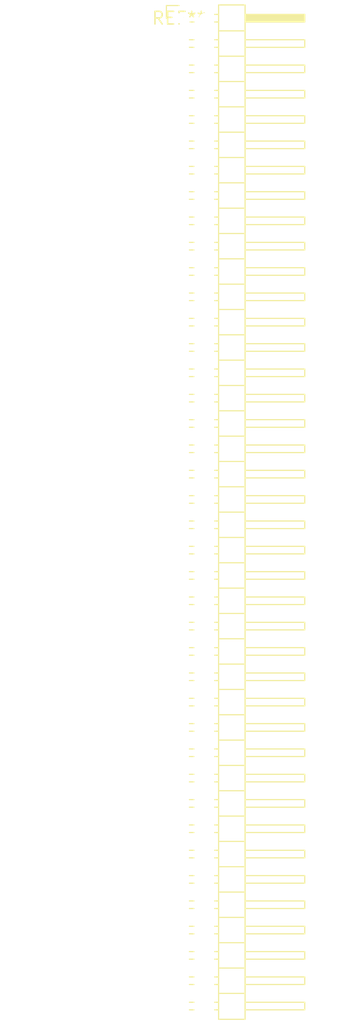
<source format=kicad_pcb>
(kicad_pcb (version 20240108) (generator pcbnew)
  (layers (0 "F.Cu" signal) (31 "B.Cu" signal) (34 "B.Paste" user) (35 "F.Paste" user) (36 "B.SilkS" user "B.Silkscreen") (37 "F.SilkS" user "F.Silkscreen") (38 "B.Mask" user) (39 "F.Mask" user) (44 "Edge.Cuts" user))
  (net 0 "")
  (footprint "PinHeader_2x40_P2.54mm_Horizontal" (layer "F.Cu") (at 0 0)
    (property "Reference" "REF**")
    (property "Value" "PinHeader_2x40_P2.54mm_Horizontal")
    (fp_line (start -1.27 -1.27) (end 0 -1.27) (layer "F.SilkS") (stroke (width 0.12)))
    (fp_line (start -1.27 0) (end -1.27 -1.27) (layer "F.SilkS") (stroke (width 0.12)))
    (fp_line (start 1.042929 2.16) (end 1.497071 2.16) (layer "F.SilkS") (stroke (width 0.12)))
    (fp_line (start 1.042929 2.92) (end 1.497071 2.92) (layer "F.SilkS") (stroke (width 0.12)))
    (fp_line (start 1.042929 4.7) (end 1.497071 4.7) (layer "F.SilkS") (stroke (width 0.12)))
    (fp_line (start 1.042929 5.46) (end 1.497071 5.46) (layer "F.SilkS") (stroke (width 0.12)))
    (fp_line (start 1.042929 7.24) (end 1.497071 7.24) (layer "F.SilkS") (stroke (width 0.12)))
    (fp_line (start 1.042929 8) (end 1.497071 8) (layer "F.SilkS") (stroke (width 0.12)))
    (fp_line (start 1.042929 9.78) (end 1.497071 9.78) (layer "F.SilkS") (stroke (width 0.12)))
    (fp_line (start 1.042929 10.54) (end 1.497071 10.54) (layer "F.SilkS") (stroke (width 0.12)))
    (fp_line (start 1.042929 12.32) (end 1.497071 12.32) (layer "F.SilkS") (stroke (width 0.12)))
    (fp_line (start 1.042929 13.08) (end 1.497071 13.08) (layer "F.SilkS") (stroke (width 0.12)))
    (fp_line (start 1.042929 14.86) (end 1.497071 14.86) (layer "F.SilkS") (stroke (width 0.12)))
    (fp_line (start 1.042929 15.62) (end 1.497071 15.62) (layer "F.SilkS") (stroke (width 0.12)))
    (fp_line (start 1.042929 17.4) (end 1.497071 17.4) (layer "F.SilkS") (stroke (width 0.12)))
    (fp_line (start 1.042929 18.16) (end 1.497071 18.16) (layer "F.SilkS") (stroke (width 0.12)))
    (fp_line (start 1.042929 19.94) (end 1.497071 19.94) (layer "F.SilkS") (stroke (width 0.12)))
    (fp_line (start 1.042929 20.7) (end 1.497071 20.7) (layer "F.SilkS") (stroke (width 0.12)))
    (fp_line (start 1.042929 22.48) (end 1.497071 22.48) (layer "F.SilkS") (stroke (width 0.12)))
    (fp_line (start 1.042929 23.24) (end 1.497071 23.24) (layer "F.SilkS") (stroke (width 0.12)))
    (fp_line (start 1.042929 25.02) (end 1.497071 25.02) (layer "F.SilkS") (stroke (width 0.12)))
    (fp_line (start 1.042929 25.78) (end 1.497071 25.78) (layer "F.SilkS") (stroke (width 0.12)))
    (fp_line (start 1.042929 27.56) (end 1.497071 27.56) (layer "F.SilkS") (stroke (width 0.12)))
    (fp_line (start 1.042929 28.32) (end 1.497071 28.32) (layer "F.SilkS") (stroke (width 0.12)))
    (fp_line (start 1.042929 30.1) (end 1.497071 30.1) (layer "F.SilkS") (stroke (width 0.12)))
    (fp_line (start 1.042929 30.86) (end 1.497071 30.86) (layer "F.SilkS") (stroke (width 0.12)))
    (fp_line (start 1.042929 32.64) (end 1.497071 32.64) (layer "F.SilkS") (stroke (width 0.12)))
    (fp_line (start 1.042929 33.4) (end 1.497071 33.4) (layer "F.SilkS") (stroke (width 0.12)))
    (fp_line (start 1.042929 35.18) (end 1.497071 35.18) (layer "F.SilkS") (stroke (width 0.12)))
    (fp_line (start 1.042929 35.94) (end 1.497071 35.94) (layer "F.SilkS") (stroke (width 0.12)))
    (fp_line (start 1.042929 37.72) (end 1.497071 37.72) (layer "F.SilkS") (stroke (width 0.12)))
    (fp_line (start 1.042929 38.48) (end 1.497071 38.48) (layer "F.SilkS") (stroke (width 0.12)))
    (fp_line (start 1.042929 40.26) (end 1.497071 40.26) (layer "F.SilkS") (stroke (width 0.12)))
    (fp_line (start 1.042929 41.02) (end 1.497071 41.02) (layer "F.SilkS") (stroke (width 0.12)))
    (fp_line (start 1.042929 42.8) (end 1.497071 42.8) (layer "F.SilkS") (stroke (width 0.12)))
    (fp_line (start 1.042929 43.56) (end 1.497071 43.56) (layer "F.SilkS") (stroke (width 0.12)))
    (fp_line (start 1.042929 45.34) (end 1.497071 45.34) (layer "F.SilkS") (stroke (width 0.12)))
    (fp_line (start 1.042929 46.1) (end 1.497071 46.1) (layer "F.SilkS") (stroke (width 0.12)))
    (fp_line (start 1.042929 47.88) (end 1.497071 47.88) (layer "F.SilkS") (stroke (width 0.12)))
    (fp_line (start 1.042929 48.64) (end 1.497071 48.64) (layer "F.SilkS") (stroke (width 0.12)))
    (fp_line (start 1.042929 50.42) (end 1.497071 50.42) (layer "F.SilkS") (stroke (width 0.12)))
    (fp_line (start 1.042929 51.18) (end 1.497071 51.18) (layer "F.SilkS") (stroke (width 0.12)))
    (fp_line (start 1.042929 52.96) (end 1.497071 52.96) (layer "F.SilkS") (stroke (width 0.12)))
    (fp_line (start 1.042929 53.72) (end 1.497071 53.72) (layer "F.SilkS") (stroke (width 0.12)))
    (fp_line (start 1.042929 55.5) (end 1.497071 55.5) (layer "F.SilkS") (stroke (width 0.12)))
    (fp_line (start 1.042929 56.26) (end 1.497071 56.26) (layer "F.SilkS") (stroke (width 0.12)))
    (fp_line (start 1.042929 58.04) (end 1.497071 58.04) (layer "F.SilkS") (stroke (width 0.12)))
    (fp_line (start 1.042929 58.8) (end 1.497071 58.8) (layer "F.SilkS") (stroke (width 0.12)))
    (fp_line (start 1.042929 60.58) (end 1.497071 60.58) (layer "F.SilkS") (stroke (width 0.12)))
    (fp_line (start 1.042929 61.34) (end 1.497071 61.34) (layer "F.SilkS") (stroke (width 0.12)))
    (fp_line (start 1.042929 63.12) (end 1.497071 63.12) (layer "F.SilkS") (stroke (width 0.12)))
    (fp_line (start 1.042929 63.88) (end 1.497071 63.88) (layer "F.SilkS") (stroke (width 0.12)))
    (fp_line (start 1.042929 65.66) (end 1.497071 65.66) (layer "F.SilkS") (stroke (width 0.12)))
    (fp_line (start 1.042929 66.42) (end 1.497071 66.42) (layer "F.SilkS") (stroke (width 0.12)))
    (fp_line (start 1.042929 68.2) (end 1.497071 68.2) (layer "F.SilkS") (stroke (width 0.12)))
    (fp_line (start 1.042929 68.96) (end 1.497071 68.96) (layer "F.SilkS") (stroke (width 0.12)))
    (fp_line (start 1.042929 70.74) (end 1.497071 70.74) (layer "F.SilkS") (stroke (width 0.12)))
    (fp_line (start 1.042929 71.5) (end 1.497071 71.5) (layer "F.SilkS") (stroke (width 0.12)))
    (fp_line (start 1.042929 73.28) (end 1.497071 73.28) (layer "F.SilkS") (stroke (width 0.12)))
    (fp_line (start 1.042929 74.04) (end 1.497071 74.04) (layer "F.SilkS") (stroke (width 0.12)))
    (fp_line (start 1.042929 75.82) (end 1.497071 75.82) (layer "F.SilkS") (stroke (width 0.12)))
    (fp_line (start 1.042929 76.58) (end 1.497071 76.58) (layer "F.SilkS") (stroke (width 0.12)))
    (fp_line (start 1.042929 78.36) (end 1.497071 78.36) (layer "F.SilkS") (stroke (width 0.12)))
    (fp_line (start 1.042929 79.12) (end 1.497071 79.12) (layer "F.SilkS") (stroke (width 0.12)))
    (fp_line (start 1.042929 80.9) (end 1.497071 80.9) (layer "F.SilkS") (stroke (width 0.12)))
    (fp_line (start 1.042929 81.66) (end 1.497071 81.66) (layer "F.SilkS") (stroke (width 0.12)))
    (fp_line (start 1.042929 83.44) (end 1.497071 83.44) (layer "F.SilkS") (stroke (width 0.12)))
    (fp_line (start 1.042929 84.2) (end 1.497071 84.2) (layer "F.SilkS") (stroke (width 0.12)))
    (fp_line (start 1.042929 85.98) (end 1.497071 85.98) (layer "F.SilkS") (stroke (width 0.12)))
    (fp_line (start 1.042929 86.74) (end 1.497071 86.74) (layer "F.SilkS") (stroke (width 0.12)))
    (fp_line (start 1.042929 88.52) (end 1.497071 88.52) (layer "F.SilkS") (stroke (width 0.12)))
    (fp_line (start 1.042929 89.28) (end 1.497071 89.28) (layer "F.SilkS") (stroke (width 0.12)))
    (fp_line (start 1.042929 91.06) (end 1.497071 91.06) (layer "F.SilkS") (stroke (width 0.12)))
    (fp_line (start 1.042929 91.82) (end 1.497071 91.82) (layer "F.SilkS") (stroke (width 0.12)))
    (fp_line (start 1.042929 93.6) (end 1.497071 93.6) (layer "F.SilkS") (stroke (width 0.12)))
    (fp_line (start 1.042929 94.36) (end 1.497071 94.36) (layer "F.SilkS") (stroke (width 0.12)))
    (fp_line (start 1.042929 96.14) (end 1.497071 96.14) (layer "F.SilkS") (stroke (width 0.12)))
    (fp_line (start 1.042929 96.9) (end 1.497071 96.9) (layer "F.SilkS") (stroke (width 0.12)))
    (fp_line (start 1.042929 98.68) (end 1.497071 98.68) (layer "F.SilkS") (stroke (width 0.12)))
    (fp_line (start 1.042929 99.44) (end 1.497071 99.44) (layer "F.SilkS") (stroke (width 0.12)))
    (fp_line (start 1.11 -0.38) (end 1.497071 -0.38) (layer "F.SilkS") (stroke (width 0.12)))
    (fp_line (start 1.11 0.38) (end 1.497071 0.38) (layer "F.SilkS") (stroke (width 0.12)))
    (fp_line (start 3.582929 -0.38) (end 3.98 -0.38) (layer "F.SilkS") (stroke (width 0.12)))
    (fp_line (start 3.582929 0.38) (end 3.98 0.38) (layer "F.SilkS") (stroke (width 0.12)))
    (fp_line (start 3.582929 2.16) (end 3.98 2.16) (layer "F.SilkS") (stroke (width 0.12)))
    (fp_line (start 3.582929 2.92) (end 3.98 2.92) (layer "F.SilkS") (stroke (width 0.12)))
    (fp_line (start 3.582929 4.7) (end 3.98 4.7) (layer "F.SilkS") (stroke (width 0.12)))
    (fp_line (start 3.582929 5.46) (end 3.98 5.46) (layer "F.SilkS") (stroke (width 0.12)))
    (fp_line (start 3.582929 7.24) (end 3.98 7.24) (layer "F.SilkS") (stroke (width 0.12)))
    (fp_line (start 3.582929 8) (end 3.98 8) (layer "F.SilkS") (stroke (width 0.12)))
    (fp_line (start 3.582929 9.78) (end 3.98 9.78) (layer "F.SilkS") (stroke (width 0.12)))
    (fp_line (start 3.582929 10.54) (end 3.98 10.54) (layer "F.SilkS") (stroke (width 0.12)))
    (fp_line (start 3.582929 12.32) (end 3.98 12.32) (layer "F.SilkS") (stroke (width 0.12)))
    (fp_line (start 3.582929 13.08) (end 3.98 13.08) (layer "F.SilkS") (stroke (width 0.12)))
    (fp_line (start 3.582929 14.86) (end 3.98 14.86) (layer "F.SilkS") (stroke (width 0.12)))
    (fp_line (start 3.582929 15.62) (end 3.98 15.62) (layer "F.SilkS") (stroke (width 0.12)))
    (fp_line (start 3.582929 17.4) (end 3.98 17.4) (layer "F.SilkS") (stroke (width 0.12)))
    (fp_line (start 3.582929 18.16) (end 3.98 18.16) (layer "F.SilkS") (stroke (width 0.12)))
    (fp_line (start 3.582929 19.94) (end 3.98 19.94) (layer "F.SilkS") (stroke (width 0.12)))
    (fp_line (start 3.582929 20.7) (end 3.98 20.7) (layer "F.SilkS") (stroke (width 0.12)))
    (fp_line (start 3.582929 22.48) (end 3.98 22.48) (layer "F.SilkS") (stroke (width 0.12)))
    (fp_line (start 3.582929 23.24) (end 3.98 23.24) (layer "F.SilkS") (stroke (width 0.12)))
    (fp_line (start 3.582929 25.02) (end 3.98 25.02) (layer "F.SilkS") (stroke (width 0.12)))
    (fp_line (start 3.582929 25.78) (end 3.98 25.78) (layer "F.SilkS") (stroke (width 0.12)))
    (fp_line (start 3.582929 27.56) (end 3.98 27.56) (layer "F.SilkS") (stroke (width 0.12)))
    (fp_line (start 3.582929 28.32) (end 3.98 28.32) (layer "F.SilkS") (stroke (width 0.12)))
    (fp_line (start 3.582929 30.1) (end 3.98 30.1) (layer "F.SilkS") (stroke (width 0.12)))
    (fp_line (start 3.582929 30.86) (end 3.98 30.86) (layer "F.SilkS") (stroke (width 0.12)))
    (fp_line (start 3.582929 32.64) (end 3.98 32.64) (layer "F.SilkS") (stroke (width 0.12)))
    (fp_line (start 3.582929 33.4) (end 3.98 33.4) (layer "F.SilkS") (stroke (width 0.12)))
    (fp_line (start 3.582929 35.18) (end 3.98 35.18) (layer "F.SilkS") (stroke (width 0.12)))
    (fp_line (start 3.582929 35.94) (end 3.98 35.94) (layer "F.SilkS") (stroke (width 0.12)))
    (fp_line (start 3.582929 37.72) (end 3.98 37.72) (layer "F.SilkS") (stroke (width 0.12)))
    (fp_line (start 3.582929 38.48) (end 3.98 38.48) (layer "F.SilkS") (stroke (width 0.12)))
    (fp_line (start 3.582929 40.26) (end 3.98 40.26) (layer "F.SilkS") (stroke (width 0.12)))
    (fp_line (start 3.582929 41.02) (end 3.98 41.02) (layer "F.SilkS") (stroke (width 0.12)))
    (fp_line (start 3.582929 42.8) (end 3.98 42.8) (layer "F.SilkS") (stroke (width 0.12)))
    (fp_line (start 3.582929 43.56) (end 3.98 43.56) (layer "F.SilkS") (stroke (width 0.12)))
    (fp_line (start 3.582929 45.34) (end 3.98 45.34) (layer "F.SilkS") (stroke (width 0.12)))
    (fp_line (start 3.582929 46.1) (end 3.98 46.1) (layer "F.SilkS") (stroke (width 0.12)))
    (fp_line (start 3.582929 47.88) (end 3.98 47.88) (layer "F.SilkS") (stroke (width 0.12)))
    (fp_line (start 3.582929 48.64) (end 3.98 48.64) (layer "F.SilkS") (stroke (width 0.12)))
    (fp_line (start 3.582929 50.42) (end 3.98 50.42) (layer "F.SilkS") (stroke (width 0.12)))
    (fp_line (start 3.582929 51.18) (end 3.98 51.18) (layer "F.SilkS") (stroke (width 0.12)))
    (fp_line (start 3.582929 52.96) (end 3.98 52.96) (layer "F.SilkS") (stroke (width 0.12)))
    (fp_line (start 3.582929 53.72) (end 3.98 53.72) (layer "F.SilkS") (stroke (width 0.12)))
    (fp_line (start 3.582929 55.5) (end 3.98 55.5) (layer "F.SilkS") (stroke (width 0.12)))
    (fp_line (start 3.582929 56.26) (end 3.98 56.26) (layer "F.SilkS") (stroke (width 0.12)))
    (fp_line (start 3.582929 58.04) (end 3.98 58.04) (layer "F.SilkS") (stroke (width 0.12)))
    (fp_line (start 3.582929 58.8) (end 3.98 58.8) (layer "F.SilkS") (stroke (width 0.12)))
    (fp_line (start 3.582929 60.58) (end 3.98 60.58) (layer "F.SilkS") (stroke (width 0.12)))
    (fp_line (start 3.582929 61.34) (end 3.98 61.34) (layer "F.SilkS") (stroke (width 0.12)))
    (fp_line (start 3.582929 63.12) (end 3.98 63.12) (layer "F.SilkS") (stroke (width 0.12)))
    (fp_line (start 3.582929 63.88) (end 3.98 63.88) (layer "F.SilkS") (stroke (width 0.12)))
    (fp_line (start 3.582929 65.66) (end 3.98 65.66) (layer "F.SilkS") (stroke (width 0.12)))
    (fp_line (start 3.582929 66.42) (end 3.98 66.42) (layer "F.SilkS") (stroke (width 0.12)))
    (fp_line (start 3.582929 68.2) (end 3.98 68.2) (layer "F.SilkS") (stroke (width 0.12)))
    (fp_line (start 3.582929 68.96) (end 3.98 68.96) (layer "F.SilkS") (stroke (width 0.12)))
    (fp_line (start 3.582929 70.74) (end 3.98 70.74) (layer "F.SilkS") (stroke (width 0.12)))
    (fp_line (start 3.582929 71.5) (end 3.98 71.5) (layer "F.SilkS") (stroke (width 0.12)))
    (fp_line (start 3.582929 73.28) (end 3.98 73.28) (layer "F.SilkS") (stroke (width 0.12)))
    (fp_line (start 3.582929 74.04) (end 3.98 74.04) (layer "F.SilkS") (stroke (width 0.12)))
    (fp_line (start 3.582929 75.82) (end 3.98 75.82) (layer "F.SilkS") (stroke (width 0.12)))
    (fp_line (start 3.582929 76.58) (end 3.98 76.58) (layer "F.SilkS") (stroke (width 0.12)))
    (fp_line (start 3.582929 78.36) (end 3.98 78.36) (layer "F.SilkS") (stroke (width 0.12)))
    (fp_line (start 3.582929 79.12) (end 3.98 79.12) (layer "F.SilkS") (stroke (width 0.12)))
    (fp_line (start 3.582929 80.9) (end 3.98 80.9) (layer "F.SilkS") (stroke (width 0.12)))
    (fp_line (start 3.582929 81.66) (end 3.98 81.66) (layer "F.SilkS") (stroke (width 0.12)))
    (fp_line (start 3.582929 83.44) (end 3.98 83.44) (layer "F.SilkS") (stroke (width 0.12)))
    (fp_line (start 3.582929 84.2) (end 3.98 84.2) (layer "F.SilkS") (stroke (width 0.12)))
    (fp_line (start 3.582929 85.98) (end 3.98 85.98) (layer "F.SilkS") (stroke (width 0.12)))
    (fp_line (start 3.582929 86.74) (end 3.98 86.74) (layer "F.SilkS") (stroke (width 0.12)))
    (fp_line (start 3.582929 88.52) (end 3.98 88.52) (layer "F.SilkS") (stroke (width 0.12)))
    (fp_line (start 3.582929 89.28) (end 3.98 89.28) (layer "F.SilkS") (stroke (width 0.12)))
    (fp_line (start 3.582929 91.06) (end 3.98 91.06) (layer "F.SilkS") (stroke (width 0.12)))
    (fp_line (start 3.582929 91.82) (end 3.98 91.82) (layer "F.SilkS") (stroke (width 0.12)))
    (fp_line (start 3.582929 93.6) (end 3.98 93.6) (layer "F.SilkS") (stroke (width 0.12)))
    (fp_line (start 3.582929 94.36) (end 3.98 94.36) (layer "F.SilkS") (stroke (width 0.12)))
    (fp_line (start 3.582929 96.14) (end 3.98 96.14) (layer "F.SilkS") (stroke (width 0.12)))
    (fp_line (start 3.582929 96.9) (end 3.98 96.9) (layer "F.SilkS") (stroke (width 0.12)))
    (fp_line (start 3.582929 98.68) (end 3.98 98.68) (layer "F.SilkS") (stroke (width 0.12)))
    (fp_line (start 3.582929 99.44) (end 3.98 99.44) (layer "F.SilkS") (stroke (width 0.12)))
    (fp_line (start 3.98 -1.33) (end 3.98 100.39) (layer "F.SilkS") (stroke (width 0.12)))
    (fp_line (start 3.98 1.27) (end 6.64 1.27) (layer "F.SilkS") (stroke (width 0.12)))
    (fp_line (start 3.98 3.81) (end 6.64 3.81) (layer "F.SilkS") (stroke (width 0.12)))
    (fp_line (start 3.98 6.35) (end 6.64 6.35) (layer "F.SilkS") (stroke (width 0.12)))
    (fp_line (start 3.98 8.89) (end 6.64 8.89) (layer "F.SilkS") (stroke (width 0.12)))
    (fp_line (start 3.98 11.43) (end 6.64 11.43) (layer "F.SilkS") (stroke (width 0.12)))
    (fp_line (start 3.98 13.97) (end 6.64 13.97) (layer "F.SilkS") (stroke (width 0.12)))
    (fp_line (start 3.98 16.51) (end 6.64 16.51) (layer "F.SilkS") (stroke (width 0.12)))
    (fp_line (start 3.98 19.05) (end 6.64 19.05) (layer "F.SilkS") (stroke (width 0.12)))
    (fp_line (start 3.98 21.59) (end 6.64 21.59) (layer "F.SilkS") (stroke (width 0.12)))
    (fp_line (start 3.98 24.13) (end 6.64 24.13) (layer "F.SilkS") (stroke (width 0.12)))
    (fp_line (start 3.98 26.67) (end 6.64 26.67) (layer "F.SilkS") (stroke (width 0.12)))
    (fp_line (start 3.98 29.21) (end 6.64 29.21) (layer "F.SilkS") (stroke (width 0.12)))
    (fp_line (start 3.98 31.75) (end 6.64 31.75) (layer "F.SilkS") (stroke (width 0.12)))
    (fp_line (start 3.98 34.29) (end 6.64 34.29) (layer "F.SilkS") (stroke (width 0.12)))
    (fp_line (start 3.98 36.83) (end 6.64 36.83) (layer "F.SilkS") (stroke (width 0.12)))
    (fp_line (start 3.98 39.37) (end 6.64 39.37) (layer "F.SilkS") (stroke (width 0.12)))
    (fp_line (start 3.98 41.91) (end 6.64 41.91) (layer "F.SilkS") (stroke (width 0.12)))
    (fp_line (start 3.98 44.45) (end 6.64 44.45) (layer "F.SilkS") (stroke (width 0.12)))
    (fp_line (start 3.98 46.99) (end 6.64 46.99) (layer "F.SilkS") (stroke (width 0.12)))
    (fp_line (start 3.98 49.53) (end 6.64 49.53) (layer "F.SilkS") (stroke (width 0.12)))
    (fp_line (start 3.98 52.07) (end 6.64 52.07) (layer "F.SilkS") (stroke (width 0.12)))
    (fp_line (start 3.98 54.61) (end 6.64 54.61) (layer "F.SilkS") (stroke (width 0.12)))
    (fp_line (start 3.98 57.15) (end 6.64 57.15) (layer "F.SilkS") (stroke (width 0.12)))
    (fp_line (start 3.98 59.69) (end 6.64 59.69) (layer "F.SilkS") (stroke (width 0.12)))
    (fp_line (start 3.98 62.23) (end 6.64 62.23) (layer "F.SilkS") (stroke (width 0.12)))
    (fp_line (start 3.98 64.77) (end 6.64 64.77) (layer "F.SilkS") (stroke (width 0.12)))
    (fp_line (start 3.98 67.31) (end 6.64 67.31) (layer "F.SilkS") (stroke (width 0.12)))
    (fp_line (start 3.98 69.85) (end 6.64 69.85) (layer "F.SilkS") (stroke (width 0.12)))
    (fp_line (start 3.98 72.39) (end 6.64 72.39) (layer "F.SilkS") (stroke (width 0.12)))
    (fp_line (start 3.98 74.93) (end 6.64 74.93) (layer "F.SilkS") (stroke (width 0.12)))
    (fp_line (start 3.98 77.47) (end 6.64 77.47) (layer "F.SilkS") (stroke (width 0.12)))
    (fp_line (start 3.98 80.01) (end 6.64 80.01) (layer "F.SilkS") (stroke (width 0.12)))
    (fp_line (start 3.98 82.55) (end 6.64 82.55) (layer "F.SilkS") (stroke (width 0.12)))
    (fp_line (start 3.98 85.09) (end 6.64 85.09) (layer "F.SilkS") (stroke (width 0.12)))
    (fp_line (start 3.98 87.63) (end 6.64 87.63) (layer "F.SilkS") (stroke (width 0.12)))
    (fp_line (start 3.98 90.17) (end 6.64 90.17) (layer "F.SilkS") (stroke (width 0.12)))
    (fp_line (start 3.98 92.71) (end 6.64 92.71) (layer "F.SilkS") (stroke (width 0.12)))
    (fp_line (start 3.98 95.25) (end 6.64 95.25) (layer "F.SilkS") (stroke (width 0.12)))
    (fp_line (start 3.98 97.79) (end 6.64 97.79) (layer "F.SilkS") (stroke (width 0.12)))
    (fp_line (start 3.98 100.39) (end 6.64 100.39) (layer "F.SilkS") (stroke (width 0.12)))
    (fp_line (start 6.64 -1.33) (end 3.98 -1.33) (layer "F.SilkS") (stroke (width 0.12)))
    (fp_line (start 6.64 -0.38) (end 12.64 -0.38) (layer "F.SilkS") (stroke (width 0.12)))
    (fp_line (start 6.64 -0.32) (end 12.64 -0.32) (layer "F.SilkS") (stroke (width 0.12)))
    (fp_line (start 6.64 -0.2) (end 12.64 -0.2) (layer "F.SilkS") (stroke (width 0.12)))
    (fp_line (start 6.64 -0.08) (end 12.64 -0.08) (layer "F.SilkS") (stroke (width 0.12)))
    (fp_line (start 6.64 0.04) (end 12.64 0.04) (layer "F.SilkS") (stroke (width 0.12)))
    (fp_line (start 6.64 0.16) (end 12.64 0.16) (layer "F.SilkS") (stroke (width 0.12)))
    (fp_line (start 6.64 0.28) (end 12.64 0.28) (layer "F.SilkS") (stroke (width 0.12)))
    (fp_line (start 6.64 2.16) (end 12.64 2.16) (layer "F.SilkS") (stroke (width 0.12)))
    (fp_line (start 6.64 4.7) (end 12.64 4.7) (layer "F.SilkS") (stroke (width 0.12)))
    (fp_line (start 6.64 7.24) (end 12.64 7.24) (layer "F.SilkS") (stroke (width 0.12)))
    (fp_line (start 6.64 9.78) (end 12.64 9.78) (layer "F.SilkS") (stroke (width 0.12)))
    (fp_line (start 6.64 12.32) (end 12.64 12.32) (layer "F.SilkS") (stroke (width 0.12)))
    (fp_line (start 6.64 14.86) (end 12.64 14.86) (layer "F.SilkS") (stroke (width 0.12)))
    (fp_line (start 6.64 17.4) (end 12.64 17.4) (layer "F.SilkS") (stroke (width 0.12)))
    (fp_line (start 6.64 19.94) (end 12.64 19.94) (layer "F.SilkS") (stroke (width 0.12)))
    (fp_line (start 6.64 22.48) (end 12.64 22.48) (layer "F.SilkS") (stroke (width 0.12)))
    (fp_line (start 6.64 25.02) (end 12.64 25.02) (layer "F.SilkS") (stroke (width 0.12)))
    (fp_line (start 6.64 27.56) (end 12.64 27.56) (layer "F.SilkS") (stroke (width 0.12)))
    (fp_line (start 6.64 30.1) (end 12.64 30.1) (layer "F.SilkS") (stroke (width 0.12)))
    (fp_line (start 6.64 32.64) (end 12.64 32.64) (layer "F.SilkS") (stroke (width 0.12)))
    (fp_line (start 6.64 35.18) (end 12.64 35.18) (layer "F.SilkS") (stroke (width 0.12)))
    (fp_line (start 6.64 37.72) (end 12.64 37.72) (layer "F.SilkS") (stroke (width 0.12)))
    (fp_line (start 6.64 40.26) (end 12.64 40.26) (layer "F.SilkS") (stroke (width 0.12)))
    (fp_line (start 6.64 42.8) (end 12.64 42.8) (layer "F.SilkS") (stroke (width 0.12)))
    (fp_line (start 6.64 45.34) (end 12.64 45.34) (layer "F.SilkS") (stroke (width 0.12)))
    (fp_line (start 6.64 47.88) (end 12.64 47.88) (layer "F.SilkS") (stroke (width 0.12)))
    (fp_line (start 6.64 50.42) (end 12.64 50.42) (layer "F.SilkS") (stroke (width 0.12)))
    (fp_line (start 6.64 52.96) (end 12.64 52.96) (layer "F.SilkS") (stroke (width 0.12)))
    (fp_line (start 6.64 55.5) (end 12.64 55.5) (layer "F.SilkS") (stroke (width 0.12)))
    (fp_line (start 6.64 58.04) (end 12.64 58.04) (layer "F.SilkS") (stroke (width 0.12)))
    (fp_line (start 6.64 60.58) (end 12.64 60.58) (layer "F.SilkS") (stroke (width 0.12)))
    (fp_line (start 6.64 63.12) (end 12.64 63.12) (layer "F.SilkS") (stroke (width 0.12)))
    (fp_line (start 6.64 65.66) (end 12.64 65.66) (layer "F.SilkS") (stroke (width 0.12)))
    (fp_line (start 6.64 68.2) (end 12.64 68.2) (layer "F.SilkS") (stroke (width 0.12)))
    (fp_line (start 6.64 70.74) (end 12.64 70.74) (layer "F.SilkS") (stroke (width 0.12)))
    (fp_line (start 6.64 73.28) (end 12.64 73.28) (layer "F.SilkS") (stroke (width 0.12)))
    (fp_line (start 6.64 75.82) (end 12.64 75.82) (layer "F.SilkS") (stroke (width 0.12)))
    (fp_line (start 6.64 78.36) (end 12.64 78.36) (layer "F.SilkS") (stroke (width 0.12)))
    (fp_line (start 6.64 80.9) (end 12.64 80.9) (layer "F.SilkS") (stroke (width 0.12)))
    (fp_line (start 6.64 83.44) (end 12.64 83.44) (layer "F.SilkS") (stroke (width 0.12)))
    (fp_line (start 6.64 85.98) (end 12.64 85.98) (layer "F.SilkS") (stroke (width 0.12)))
    (fp_line (start 6.64 88.52) (end 12.64 88.52) (layer "F.SilkS") (stroke (width 0.12)))
    (fp_line (start 6.64 91.06) (end 12.64 91.06) (layer "F.SilkS") (stroke (width 0.12)))
    (fp_line (start 6.64 93.6) (end 12.64 93.6) (layer "F.SilkS") (stroke (width 0.12)))
    (fp_line (start 6.64 96.14) (end 12.64 96.14) (layer "F.SilkS") (stroke (width 0.12)))
    (fp_line (start 6.64 98.68) (end 12.64 98.68) (layer "F.SilkS") (stroke (width 0.12)))
    (fp_line (start 6.64 100.39) (end 6.64 -1.33) (layer "F.SilkS") (stroke (width 0.12)))
    (fp_line (start 12.64 -0.38) (end 12.64 0.38) (layer "F.SilkS") (stroke (width 0.12)))
    (fp_line (start 12.64 0.38) (end 6.64 0.38) (layer "F.SilkS") (stroke (width 0.12)))
    (fp_line (start 12.64 2.16) (end 12.64 2.92) (layer "F.SilkS") (stroke (width 0.12)))
    (fp_line (start 12.64 2.92) (end 6.64 2.92) (layer "F.SilkS") (stroke (width 0.12)))
    (fp_line (start 12.64 4.7) (end 12.64 5.46) (layer "F.SilkS") (stroke (width 0.12)))
    (fp_line (start 12.64 5.46) (end 6.64 5.46) (layer "F.SilkS") (stroke (width 0.12)))
    (fp_line (start 12.64 7.24) (end 12.64 8) (layer "F.SilkS") (stroke (width 0.12)))
    (fp_line (start 12.64 8) (end 6.64 8) (layer "F.SilkS") (stroke (width 0.12)))
    (fp_line (start 12.64 9.78) (end 12.64 10.54) (layer "F.SilkS") (stroke (width 0.12)))
    (fp_line (start 12.64 10.54) (end 6.64 10.54) (layer "F.SilkS") (stroke (width 0.12)))
    (fp_line (start 12.64 12.32) (end 12.64 13.08) (layer "F.SilkS") (stroke (width 0.12)))
    (fp_line (start 12.64 13.08) (end 6.64 13.08) (layer "F.SilkS") (stroke (width 0.12)))
    (fp_line (start 12.64 14.86) (end 12.64 15.62) (layer "F.SilkS") (stroke (width 0.12)))
    (fp_line (start 12.64 15.62) (end 6.64 15.62) (layer "F.SilkS") (stroke (width 0.12)))
    (fp_line (start 12.64 17.4) (end 12.64 18.16) (layer "F.SilkS") (stroke (width 0.12)))
    (fp_line (start 12.64 18.16) (end 6.64 18.16) (layer "F.SilkS") (stroke (width 0.12)))
    (fp_line (start 12.64 19.94) (end 12.64 20.7) (layer "F.SilkS") (stroke (width 0.12)))
    (fp_line (start 12.64 20.7) (end 6.64 20.7) (layer "F.SilkS") (stroke (width 0.12)))
    (fp_line (start 12.64 22.48) (end 12.64 23.24) (layer "F.SilkS") (stroke (width 0.12)))
    (fp_line (start 12.64 23.24) (end 6.64 23.24) (layer "F.SilkS") (stroke (width 0.12)))
    (fp_line (start 12.64 25.02) (end 12.64 25.78) (layer "F.SilkS") (stroke (width 0.12)))
    (fp_line (start 12.64 25.78) (end 6.64 25.78) (layer "F.SilkS") (stroke (width 0.12)))
    (fp_line (start 12.64 27.56) (end 12.64 28.32) (layer "F.SilkS") (stroke (width 0.12)))
    (fp_line (start 12.64 28.32) (end 6.64 28.32) (layer "F.SilkS") (stroke (width 0.12)))
    (fp_line (start 12.64 30.1) (end 12.64 30.86) (layer "F.SilkS") (stroke (width 0.12)))
    (fp_line (start 12.64 30.86) (end 6.64 30.86) (layer "F.SilkS") (stroke (width 0.12)))
    (fp_line (start 12.64 32.64) (end 12.64 33.4) (layer "F.SilkS") (stroke (width 0.12)))
    (fp_line (start 12.64 33.4) (end 6.64 33.4) (layer "F.SilkS") (stroke (width 0.12)))
    (fp_line (start 12.64 35.18) (end 12.64 35.94) (layer "F.SilkS") (stroke (width 0.12)))
    (fp_line (start 12.64 35.94) (end 6.64 35.94) (layer "F.SilkS") (stroke (width 0.12)))
    (fp_line (start 12.64 37.72) (end 12.64 38.48) (layer "F.SilkS") (stroke (width 0.12)))
    (fp_line (start 12.64 38.48) (end 6.64 38.48) (layer "F.SilkS") (stroke (width 0.12)))
    (fp_line (start 12.64 40.26) (end 12.64 41.02) (layer "F.SilkS") (stroke (width 0.12)))
    (fp_line (start 12.64 41.02) (end 6.64 41.02) (layer "F.SilkS") (stroke (width 0.12)))
    (fp_line (start 12.64 42.8) (end 12.64 43.56) (layer "F.SilkS") (stroke (width 0.12)))
    (fp_line (start 12.64 43.56) (end 6.64 43.56) (layer "F.SilkS") (stroke (width 0.12)))
    (fp_line (start 12.64 45.34) (end 12.64 46.1) (layer "F.SilkS") (stroke (width 0.12)))
    (fp_line (start 12.64 46.1) (end 6.64 46.1) (layer "F.SilkS") (stroke (width 0.12)))
    (fp_line (start 12.64 47.88) (end 12.64 48.64) (layer "F.SilkS") (stroke (width 0.12)))
    (fp_line (start 12.64 48.64) (end 6.64 48.64) (layer "F.SilkS") (stroke (width 0.12)))
    (fp_line (start 12.64 50.42) (end 12.64 51.18) (layer "F.SilkS") (stroke (width 0.12)))
    (fp_line (start 12.64 51.18) (end 6.64 51.18) (layer "F.SilkS") (stroke (width 0.12)))
    (fp_line (start 12.64 52.96) (end 12.64 53.72) (layer "F.SilkS") (stroke (width 0.12)))
    (fp_line (start 12.64 53.72) (end 6.64 53.72) (layer "F.SilkS") (stroke (width 0.12)))
    (fp_line (start 12.64 55.5) (end 12.64 56.26) (layer "F.SilkS") (stroke (width 0.12)))
    (fp_line (start 12.64 56.26) (end 6.64 56.26) (layer "F.SilkS") (stroke (width 0.12)))
    (fp_line (start 12.64 58.04) (end 12.64 58.8) (layer "F.SilkS") (stroke (width 0.12)))
    (fp_line (start 12.64 58.8) (end 6.64 58.8) (layer "F.SilkS") (stroke (width 0.12)))
    (fp_line (start 12.64 60.58) (end 12.64 61.34) (layer "F.SilkS") (stroke (width 0.12)))
    (fp_line (start 12.64 61.34) (end 6.64 61.34) (layer "F.SilkS") (stroke (width 0.12)))
    (fp_line (start 12.64 63.12) (end 12.64 63.88) (layer "F.SilkS") (stroke (width 0.12)))
    (fp_line (start 12.64 63.88) (end 6.64 63.88) (layer "F.SilkS") (stroke (width 0.12)))
    (fp_line (start 12.64 65.66) (end 12.64 66.42) (layer "F.SilkS") (stroke (width 0.12)))
    (fp_line (start 12.64 66.42) (end 6.64 66.42) (layer "F.SilkS") (stroke (width 0.12)))
    (fp_line (start 12.64 68.2) (end 12.64 68.96) (layer "F.SilkS") (stroke (width 0.12)))
    (fp_line (start 12.64 68.96) (end 6.64 68.96) (layer "F.SilkS") (stroke (width 0.12)))
    (fp_line (start 12.64 70.74) (end 12.64 71.5) (layer "F.SilkS") (stroke (width 0.12)))
    (fp_line (start 12.64 71.5) (end 6.64 71.5) (layer "F.SilkS") (stroke (width 0.12)))
    (fp_line (start 12.64 73.28) (end 12.64 74.04) (layer "F.SilkS") (stroke (width 0.12)))
    (fp_line (start 12.64 74.04) (end 6.64 74.04) (layer "F.SilkS") (stroke (width 0.12)))
    (fp_line (start 12.64 75.82) (end 12.64 76.58) (layer "F.SilkS") (stroke (width 0.12)))
    (fp_line (start 12.64 76.58) (end 6.64 76.58) (layer "F.SilkS") (stroke (width 0.12)))
    (fp_line (start 12.64 78.36) (end 12.64 79.12) (layer "F.SilkS") (stroke (width 0.12)))
    (fp_line (start 12.64 79.12) (end 6.64 79.12) (layer "F.SilkS") (stroke (width 0.12)))
    (fp_line (start 12.64 80.9) (end 12.64 81.66) (layer "F.SilkS") (stroke (width 0.12)))
    (fp_line (start 12.64 81.66) (end 6.64 81.66) (layer "F.SilkS") (stroke (width 0.12)))
    (fp_line (start 12.64 83.44) (end 12.64 84.2) (layer "F.SilkS") (stroke (width 0.12)))
    (fp_line (start 12.64 84.2) (end 6.64 84.2) (layer "F.SilkS") (stroke (width 0.12)))
    (fp_line (start 12.64 85.98) (end 12.64 86.74) (layer "F.SilkS") (stroke (width 0.12)))
    (fp_line (start 12.64 86.74) (end 6.64 86.74) (layer "F.SilkS") (stroke (width 0.12)))
    (fp_line (start 12.64 88.52) (end 12.64 89.28) (layer "F.SilkS") (stroke (width 0.12)))
    (fp_line (start 12.64 89.28) (end 6.64 89.28) (layer "F.SilkS") (stroke (width 0.12)))
    (fp_line (start 12.64 91.06) (end 12.64 91.82) (layer "F.SilkS") (stroke (width 0.12)))
    (fp_line (start 12.64 91.82) (end 6.64 91.82) (layer "F.SilkS") (stroke (width 0.12)))
    (fp_line (start 12.64 93.6) (end 12.64 94.36) (layer "F.SilkS") (stroke (width 0.12)))
    (fp_line (start 12.64 94.36) (end 6.64 94.36) (layer "F.SilkS") (stroke (width 0.12)))
    (fp_line (start 12.64 96.14) (end 12.64 96.9) (layer "F.SilkS") (stroke (width 0.12)))
    (fp_line (start 12.64 96.9) (end 6.64 96.9) (layer "F.SilkS") (stroke (width 0.12)))
    (fp_line (start 12.64 98.68) (end 12.64 99.44) (layer "F.SilkS") (stroke (width 0.12)))
    (fp_line (start 12.64 99.44) (end 6.64 99.44) (layer "F.SilkS") (stroke (width 0.12)))
    (pad "1" thru_hole rect (at 0 0) (size 1.7 1.7) (drill 1) (layers *.Cu *.Mask) (remove_unused_layers))
    (pad "2" thru_hole oval (at 2.54 0) (size 1.7 1.7) (drill 1) (layers *.Cu *.Mask) (remove_unused_layers))
    (pad "3" thru_hole oval (at 0 2.54) (size 1.7 1.7) (drill 1) (layers *.Cu *.Mask) (remove_unused_layers))
    (pad "4" thru_hole oval (at 2.54 2.54) (size 1.7 1.7) (drill 1) (layers *.Cu *.Mask) (remove_unused_layers))
    (pad "5" thru_hole oval (at 0 5.08) (size 1.7 1.7) (drill 1) (layers *.Cu *.Mask) (remove_unused_layers))
    (pad "6" thru_hole oval (at 2.54 5.08) (size 1.7 1.7) (drill 1) (layers *.Cu *.Mask) (remove_unused_layers))
    (pad "7" thru_hole oval (at 0 7.62) (size 1.7 1.7) (drill 1) (layers *.Cu *.Mask) (remove_unused_layers))
    (pad "8" thru_hole oval (at 2.54 7.62) (size 1.7 1.7) (drill 1) (layers *.Cu *.Mask) (remove_unused_layers))
    (pad "9" thru_hole oval (at 0 10.16) (size 1.7 1.7) (drill 1) (layers *.Cu *.Mask) (remove_unused_layers))
    (pad "10" thru_hole oval (at 2.54 10.16) (size 1.7 1.7) (drill 1) (layers *.Cu *.Mask) (remove_unused_layers))
    (pad "11" thru_hole oval (at 0 12.7) (size 1.7 1.7) (drill 1) (layers *.Cu *.Mask) (remove_unused_layers))
    (pad "12" thru_hole oval (at 2.54 12.7) (size 1.7 1.7) (drill 1) (layers *.Cu *.Mask) (remove_unused_layers))
    (pad "13" thru_hole oval (at 0 15.24) (size 1.7 1.7) (drill 1) (layers *.Cu *.Mask) (remove_unused_layers))
    (pad "14" thru_hole oval (at 2.54 15.24) (size 1.7 1.7) (drill 1) (layers *.Cu *.Mask) (remove_unused_layers))
    (pad "15" thru_hole oval (at 0 17.78) (size 1.7 1.7) (drill 1) (layers *.Cu *.Mask) (remove_unused_layers))
    (pad "16" thru_hole oval (at 2.54 17.78) (size 1.7 1.7) (drill 1) (layers *.Cu *.Mask) (remove_unused_layers))
    (pad "17" thru_hole oval (at 0 20.32) (size 1.7 1.7) (drill 1) (layers *.Cu *.Mask) (remove_unused_layers))
    (pad "18" thru_hole oval (at 2.54 20.32) (size 1.7 1.7) (drill 1) (layers *.Cu *.Mask) (remove_unused_layers))
    (pad "19" thru_hole oval (at 0 22.86) (size 1.7 1.7) (drill 1) (layers *.Cu *.Mask) (remove_unused_layers))
    (pad "20" thru_hole oval (at 2.54 22.86) (size 1.7 1.7) (drill 1) (layers *.Cu *.Mask) (remove_unused_layers))
    (pad "21" thru_hole oval (at 0 25.4) (size 1.7 1.7) (drill 1) (layers *.Cu *.Mask) (remove_unused_layers))
    (pad "22" thru_hole oval (at 2.54 25.4) (size 1.7 1.7) (drill 1) (layers *.Cu *.Mask) (remove_unused_layers))
    (pad "23" thru_hole oval (at 0 27.94) (size 1.7 1.7) (drill 1) (layers *.Cu *.Mask) (remove_unused_layers))
    (pad "24" thru_hole oval (at 2.54 27.94) (size 1.7 1.7) (drill 1) (layers *.Cu *.Mask) (remove_unused_layers))
    (pad "25" thru_hole oval (at 0 30.48) (size 1.7 1.7) (drill 1) (layers *.Cu *.Mask) (remove_unused_layers))
    (pad "26" thru_hole oval (at 2.54 30.48) (size 1.7 1.7) (drill 1) (layers *.Cu *.Mask) (remove_unused_layers))
    (pad "27" thru_hole oval (at 0 33.02) (size 1.7 1.7) (drill 1) (layers *.Cu *.Mask) (remove_unused_layers))
    (pad "28" thru_hole oval (at 2.54 33.02) (size 1.7 1.7) (drill 1) (layers *.Cu *.Mask) (remove_unused_layers))
    (pad "29" thru_hole oval (at 0 35.56) (size 1.7 1.7) (drill 1) (layers *.Cu *.Mask) (remove_unused_layers))
    (pad "30" thru_hole oval (at 2.54 35.56) (size 1.7 1.7) (drill 1) (layers *.Cu *.Mask) (remove_unused_layers))
    (pad "31" thru_hole oval (at 0 38.1) (size 1.7 1.7) (drill 1) (layers *.Cu *.Mask) (remove_unused_layers))
    (pad "32" thru_hole oval (at 2.54 38.1) (size 1.7 1.7) (drill 1) (layers *.Cu *.Mask) (remove_unused_layers))
    (pad "33" thru_hole oval (at 0 40.64) (size 1.7 1.7) (drill 1) (layers *.Cu *.Mask) (remove_unused_layers))
    (pad "34" thru_hole oval (at 2.54 40.64) (size 1.7 1.7) (drill 1) (layers *.Cu *.Mask) (remove_unused_layers))
    (pad "35" thru_hole oval (at 0 43.18) (size 1.7 1.7) (drill 1) (layers *.Cu *.Mask) (remove_unused_layers))
    (pad "36" thru_hole oval (at 2.54 43.18) (size 1.7 1.7) (drill 1) (layers *.Cu *.Mask) (remove_unused_layers))
    (pad "37" thru_hole oval (at 0 45.72) (size 1.7 1.7) (drill 1) (layers *.Cu *.Mask) (remove_unused_layers))
    (pad "38" thru_hole oval (at 2.54 45.72) (size 1.7 1.7) (drill 1) (layers *.Cu *.Mask) (remove_unused_layers))
    (pad "39" thru_hole oval (at 0 48.26) (size 1.7 1.7) (drill 1) (layers *.Cu *.Mask) (remove_unused_layers))
    (pad "40" thru_hole oval (at 2.54 48.26) (size 1.7 1.7) (drill 1) (layers *.Cu *.Mask) (remove_unused_layers))
    (pad "41" thru_hole oval (at 0 50.8) (size 1.7 1.7) (drill 1) (layers *.Cu *.Mask) (remove_unused_layers))
    (pad "42" thru_hole oval (at 2.54 50.8) (size 1.7 1.7) (drill 1) (layers *.Cu *.Mask) (remove_unused_layers))
    (pad "43" thru_hole oval (at 0 53.34) (size 1.7 1.7) (drill 1) (layers *.Cu *.Mask) (remove_unused_layers))
    (pad "44" thru_hole oval (at 2.54 53.34) (size 1.7 1.7) (drill 1) (layers *.Cu *.Mask) (remove_unused_layers))
    (pad "45" thru_hole oval (at 0 55.88) (size 1.7 1.7) (drill 1) (layers *.Cu *.Mask) (remove_unused_layers))
    (pad "46" thru_hole oval (at 2.54 55.88) (size 1.7 1.7) (drill 1) (layers *.Cu *.Mask) (remove_unused_layers))
    (pad "47" thru_hole oval (at 0 58.42) (size 1.7 1.7) (drill 1) (layers *.Cu *.Mask) (remove_unused_layers))
    (pad "48" thru_hole oval (at 2.54 58.42) (size 1.7 1.7) (drill 1) (layers *.Cu *.Mask) (remove_unused_layers))
    (pad "49" thru_hole oval (at 0 60.96) (size 1.7 1.7) (drill 1) (layers *.Cu *.Mask) (remove_unused_layers))
    (pad "50" thru_hole oval (at 2.54 60.96) (size 1.7 1.7) (drill 1) (layers *.Cu *.Mask) (remove_unused_layers))
    (pad "51" thru_hole oval (at 0 63.5) (size 1.7 1.7) (drill 1) (layers *.Cu *.Mask) (remove_unused_layers))
    (pad "52" thru_hole oval (at 2.54 63.5) (size 1.7 1.7) (drill 1) (layers *.Cu *.Mask) (remove_unused_layers))
    (pad "53" thru_hole oval (at 0 66.04) (size 1.7 1.7) (drill 1) (layers *.Cu *.Mask) (remove_unused_layers))
    (pad "54" thru_hole oval (at 2.54 66.04) (size 1.7 1.7) (drill 1) (layers *.Cu *.Mask) (remove_unused_layers))
    (pad "55" thru_hole oval (at 0 68.58) (size 1.7 1.7) (drill 1) (layers *.Cu *.Mask) (remove_unused_layers))
    (pad "56" thru_hole oval (at 2.54 68.58) (size 1.7 1.7) (drill 1) (layers *.Cu *.Mask) (remove_unused_layers))
    (pad "57" thru_hole oval (at 0 71.12) (size 1.7 1.7) (drill 1) (layers *.Cu *.Mask) (remove_unused_layers))
    (pad "58" thru_hole oval (at 2.54 71.12) (size 1.7 1.7) (drill 1) (layers *.Cu *.Mask) (remove_unused_layers))
    (pad "59" thru_hole oval (at 0 73.66) (size 1.7 1.7) (drill 1) (layers *.Cu *.Mask) (remove_unused_layers))
    (pad "60" thru_hole oval (at 2.54 73.66) (size 1.7 1.7) (drill 1) (layers *.Cu *.Mask) (remove_unused_layers))
    (pad "61" thru_hole oval (at 0 76.2) (size 1.7 1.7) (drill 1) (layers *.Cu *.Mask) (remove_unused_layers))
    (pad "62" thru_hole oval (at 2.54 76.2) (size 1.7 1.7) (drill 1) (layers *.Cu *.Mask) (remove_unused_layers))
    (pad "63" thru_hole oval (at 0 78.74) (size 1.7 1.7) (drill 1) (layers *.Cu *.Mask) (remove_unused_layers))
    (pad "64" thru_hole oval (at 2.54 78.74) (size 1.7 1.7) (drill 1) (layers *.Cu *.Mask) (remove_unused_layers))
    (pad "65" thru_hole oval (at 0 81.28) (size 1.7 1.7) (drill 1) (layers *.Cu *.Mask) (remove_unused_layers))
    (pad "66" thru_hole oval (at 2.54 81.28) (size 1.7 1.7) (drill 1) (layers *.Cu *.Mask) (remove_unused_layers))
    (pad "67" thru_hole oval (at 0 83.82) (size 1.7 1.7) (drill 1) (layers *.Cu *.Mask) (remove_unused_layers))
    (pad "68" thru_hole oval (at 2.54 83.82) (size 1.7 1.7) (drill 1) (layers *.Cu *.Mask) (remove_unused_layers))
    (pad "69" thru_hole oval (at 0 86.36) (size 1.7 1.7) (drill 1) (layers *.Cu *.Mask) (remove_unused_layers))
    (pad "70" thru_hole oval (at 2.54 86.36) (size 1.7 1.7) (drill 1) (layers *.Cu *.Mask) (remove_unused_layers))
    (pad "71" thru_hole oval (at 0 88.9) (size 1.7 1.7) (drill 1) (layers *.Cu *.Mask) (remove_unused_layers))
    (pad "72" thru_hole oval (at 2.54 88.9) (size 1.7 1.7) (drill 1) (layers *.Cu *.Mask) (remove_unused_layers))
    (pad "73" thru_hole oval (at 0 91.44) (size 1.7 1.7) (drill 1) (layers *.Cu *.Mask) (remove_unused_layers))
    (pad "74" thru_hole oval (at 2.54 91.44) (size 1.7 1.7) (drill 1) (layers *.Cu *.Mask) (remove_unused_layers))
    (pad "75" thru_hole oval (at 0 93.98) (size 1.7 1.7) (drill 1) (layers *.Cu *.Mask) (remove_unused_layers))
    (pad "76" thru_hole oval (at 2.54 93.98) (size 1.7 1.7) (drill 1) (layers *.Cu *.Mask) (remove_unused_layers))
    (pad "77" thru_hole oval (at 0 96.52) (size 1.7 1.7) (drill 1) (layers *.Cu *.Mask) (remove_unused_layers))
    (pad "78" thru_hole oval (at 2.54 96.52) (size 1.7 1.7) (drill 1) (layers *.Cu *.Mask) (remove_unused_layers))
    (pad "79" thru_hole oval (at 0 99.06) (size 1.7 1.7) (drill 1) (layers *.Cu *.Mask) (remove_unused_layers))
    (pad "80" thru_hole oval (at 2.54 99.06) (size 1.7 1.7) (drill 1) (layers *.Cu *.Mask) (remove_unused_layers))
  )
)
</source>
